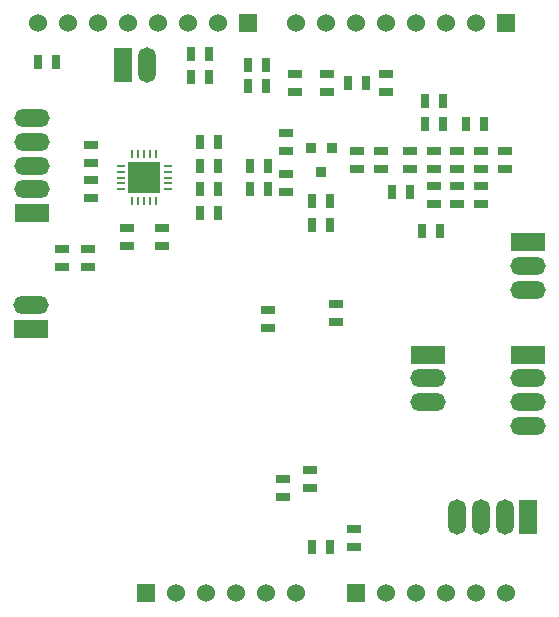
<source format=gts>
G04 (created by PCBNEW (2013-07-07 BZR 4022)-stable) date Mon 05 Aug 2013 03:22:25 PM NZST*
%MOIN*%
G04 Gerber Fmt 3.4, Leading zero omitted, Abs format*
%FSLAX34Y34*%
G01*
G70*
G90*
G04 APERTURE LIST*
%ADD10C,0.00590551*%
%ADD11O,0.1181X0.0591*%
%ADD12R,0.1181X0.0591*%
%ADD13R,0.06X0.06*%
%ADD14C,0.06*%
%ADD15R,0.036X0.036*%
%ADD16R,0.025X0.045*%
%ADD17R,0.045X0.025*%
%ADD18O,0.0591X0.1181*%
%ADD19R,0.0591X0.1181*%
%ADD20O,0.0315X0.0098*%
%ADD21O,0.0098X0.0315*%
%ADD22R,0.0531496X0.0525591*%
G04 APERTURE END LIST*
G54D10*
G54D11*
X11184Y-20393D03*
G54D12*
X11184Y-21181D03*
G54D11*
X27756Y-23622D03*
X27756Y-22835D03*
G54D12*
X27756Y-22047D03*
G54D11*
X27756Y-24409D03*
X11220Y-15748D03*
X11220Y-16535D03*
G54D12*
X11220Y-17323D03*
G54D11*
X11220Y-14961D03*
X11220Y-14173D03*
G54D13*
X27000Y-11000D03*
G54D14*
X26000Y-11000D03*
X25000Y-11000D03*
X24000Y-11000D03*
X23000Y-11000D03*
X22000Y-11000D03*
X21000Y-11000D03*
X20000Y-11000D03*
G54D13*
X22000Y-30000D03*
G54D14*
X23000Y-30000D03*
X24000Y-30000D03*
X25000Y-30000D03*
X26000Y-30000D03*
X27000Y-30000D03*
G54D13*
X15000Y-30000D03*
G54D14*
X16000Y-30000D03*
X17000Y-30000D03*
X18000Y-30000D03*
X19000Y-30000D03*
X20000Y-30000D03*
G54D13*
X18400Y-11000D03*
G54D14*
X17400Y-11000D03*
X16400Y-11000D03*
X15400Y-11000D03*
X14400Y-11000D03*
X13400Y-11000D03*
X12400Y-11000D03*
X11400Y-11000D03*
G54D15*
X20516Y-15151D03*
X21216Y-15151D03*
X20866Y-15951D03*
G54D16*
X21166Y-17716D03*
X20566Y-17716D03*
X24207Y-17913D03*
X24807Y-17913D03*
X19099Y-15748D03*
X18499Y-15748D03*
X19099Y-16535D03*
X18499Y-16535D03*
X17425Y-15748D03*
X16825Y-15748D03*
X17425Y-14960D03*
X16825Y-14960D03*
X17425Y-16535D03*
X16825Y-16535D03*
G54D17*
X23818Y-15251D03*
X23818Y-15851D03*
X24606Y-15251D03*
X24606Y-15851D03*
G54D16*
X17425Y-17322D03*
X16825Y-17322D03*
G54D17*
X24606Y-16432D03*
X24606Y-17032D03*
G54D16*
X24306Y-13582D03*
X24906Y-13582D03*
G54D17*
X19685Y-15260D03*
X19685Y-14660D03*
X19685Y-16038D03*
X19685Y-16638D03*
G54D16*
X21166Y-16929D03*
X20566Y-16929D03*
G54D17*
X22834Y-15251D03*
X22834Y-15851D03*
X22047Y-15251D03*
X22047Y-15851D03*
X26181Y-17032D03*
X26181Y-16432D03*
G54D16*
X23823Y-16633D03*
X23223Y-16633D03*
G54D17*
X25393Y-17032D03*
X25393Y-16432D03*
X25393Y-15251D03*
X25393Y-15851D03*
X26181Y-15251D03*
X26181Y-15851D03*
G54D16*
X25684Y-14370D03*
X26284Y-14370D03*
G54D17*
X26968Y-15251D03*
X26968Y-15851D03*
G54D16*
X24306Y-14370D03*
X24906Y-14370D03*
G54D17*
X15551Y-17810D03*
X15551Y-18410D03*
X14370Y-18410D03*
X14370Y-17810D03*
X13188Y-16835D03*
X13188Y-16235D03*
X13188Y-15654D03*
X13188Y-15054D03*
G54D16*
X20566Y-28444D03*
X21166Y-28444D03*
G54D17*
X21948Y-28449D03*
X21948Y-27849D03*
G54D16*
X12012Y-12303D03*
X11412Y-12303D03*
G54D17*
X19980Y-12692D03*
X19980Y-13292D03*
X23031Y-12692D03*
X23031Y-13292D03*
X21062Y-12692D03*
X21062Y-13292D03*
G54D16*
X21747Y-12992D03*
X22347Y-12992D03*
X18400Y-12401D03*
X19000Y-12401D03*
X18400Y-13090D03*
X19000Y-13090D03*
G54D17*
X19586Y-26176D03*
X19586Y-26776D03*
X20472Y-25881D03*
X20472Y-26481D03*
X19094Y-20566D03*
X19094Y-21166D03*
X21338Y-20369D03*
X21338Y-20969D03*
G54D16*
X17130Y-12007D03*
X16530Y-12007D03*
X16530Y-12795D03*
X17130Y-12795D03*
G54D18*
X26181Y-27460D03*
X26968Y-27460D03*
G54D19*
X27756Y-27460D03*
G54D18*
X25394Y-27460D03*
X15039Y-12404D03*
G54D19*
X14251Y-12404D03*
G54D20*
X15748Y-16535D03*
X15748Y-16338D03*
X15748Y-16141D03*
X15748Y-15944D03*
X15748Y-15748D03*
G54D21*
X15157Y-15354D03*
X14960Y-15354D03*
X14763Y-15354D03*
X14566Y-15354D03*
X15354Y-15354D03*
G54D20*
X14173Y-15748D03*
X14173Y-15944D03*
X14173Y-16141D03*
X14173Y-16338D03*
X14173Y-16535D03*
G54D21*
X14566Y-16929D03*
X14763Y-16929D03*
X14960Y-16929D03*
X15157Y-16929D03*
X15354Y-16929D03*
G54D22*
X14692Y-16405D03*
X15224Y-16405D03*
X15224Y-15881D03*
X14692Y-15881D03*
G54D17*
X12204Y-18518D03*
X12204Y-19118D03*
X13070Y-18518D03*
X13070Y-19118D03*
G54D11*
X27756Y-19881D03*
X27756Y-19094D03*
G54D12*
X27756Y-18306D03*
G54D11*
X24409Y-23621D03*
X24409Y-22834D03*
G54D12*
X24409Y-22046D03*
M02*

</source>
